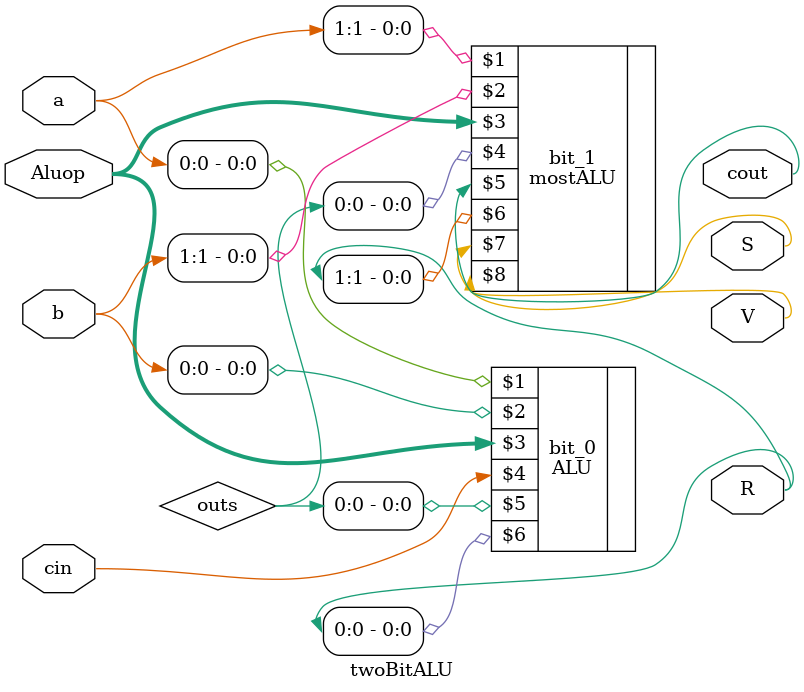
<source format=v>
module twoBitALU(a, b, Aluop, cin, cout, R, S, V);
input [2:0] Aluop;
input [1:0] a;
input [1:0] b;
input cin;
output cout ,S, V;
output [1:0] R;

wire [1:0] outs;

//module ALU(ai, bi, ALUOP, cin, cout, R);
ALU bit_0(a[0], b[0], Aluop, cin, outs[0], R[0]);

//module mostALU(ai, bi, ALUOP, cin, cout, R, S, V);
mostALU bit_1(a[1], b[1], Aluop, outs[0], cout, R[1], S, V);

endmodule

</source>
